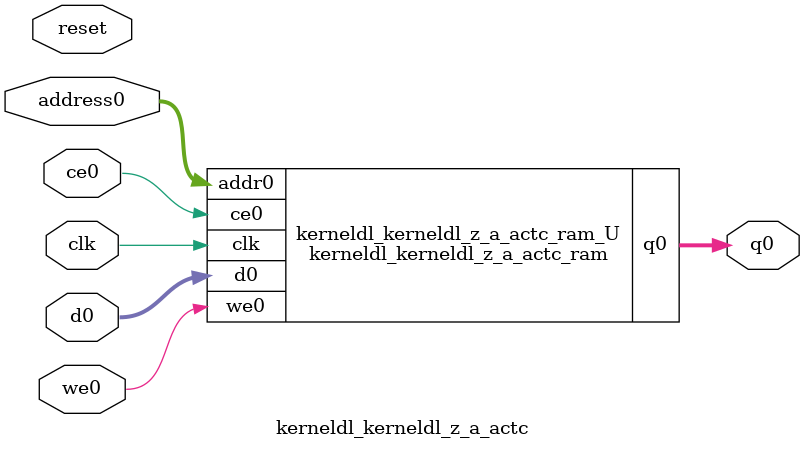
<source format=v>
`timescale 1 ns / 1 ps
module kerneldl_kerneldl_z_a_actc_ram (addr0, ce0, d0, we0, q0,  clk);

parameter DWIDTH = 32;
parameter AWIDTH = 12;
parameter MEM_SIZE = 4000;

input[AWIDTH-1:0] addr0;
input ce0;
input[DWIDTH-1:0] d0;
input we0;
output reg[DWIDTH-1:0] q0;
input clk;

(* ram_style = "block" *)reg [DWIDTH-1:0] ram[0:MEM_SIZE-1];




always @(posedge clk)  
begin 
    if (ce0) 
    begin
        if (we0) 
        begin 
            ram[addr0] <= d0; 
        end 
        q0 <= ram[addr0];
    end
end


endmodule

`timescale 1 ns / 1 ps
module kerneldl_kerneldl_z_a_actc(
    reset,
    clk,
    address0,
    ce0,
    we0,
    d0,
    q0);

parameter DataWidth = 32'd32;
parameter AddressRange = 32'd4000;
parameter AddressWidth = 32'd12;
input reset;
input clk;
input[AddressWidth - 1:0] address0;
input ce0;
input we0;
input[DataWidth - 1:0] d0;
output[DataWidth - 1:0] q0;



kerneldl_kerneldl_z_a_actc_ram kerneldl_kerneldl_z_a_actc_ram_U(
    .clk( clk ),
    .addr0( address0 ),
    .ce0( ce0 ),
    .we0( we0 ),
    .d0( d0 ),
    .q0( q0 ));

endmodule


</source>
